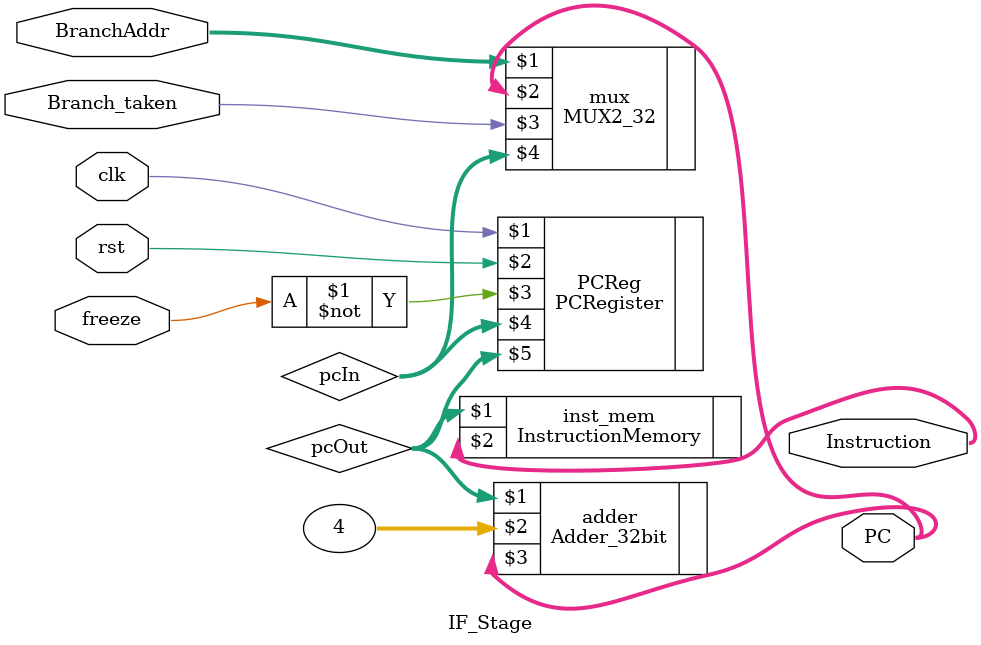
<source format=v>
`timescale 1ns/1ns

module IF_Stage (
    input clk, rst, freeze, Branch_taken,
    input [31:0] BranchAddr,
    output [31:0] PC, Instruction
);

    wire[31:0] pcIn, pcOut;

    MUX2_32 mux(BranchAddr, PC, Branch_taken, pcIn);
    PCRegister PCReg(clk, rst, ~freeze, pcIn, pcOut);
    Adder_32bit adder(pcOut, 32'd4, PC);
    InstructionMemory inst_mem(pcOut, Instruction);

endmodule

</source>
